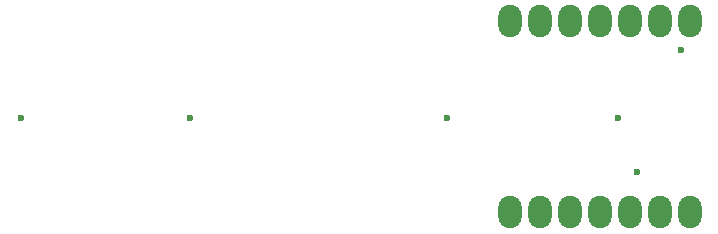
<source format=gbr>
%TF.GenerationSoftware,KiCad,Pcbnew,9.0.3*%
%TF.CreationDate,2025-07-16T20:25:02+01:00*%
%TF.ProjectId,disturbance-free-calling,64697374-7572-4626-916e-63652d667265,0.2*%
%TF.SameCoordinates,Original*%
%TF.FileFunction,Soldermask,Bot*%
%TF.FilePolarity,Negative*%
%FSLAX46Y46*%
G04 Gerber Fmt 4.6, Leading zero omitted, Abs format (unit mm)*
G04 Created by KiCad (PCBNEW 9.0.3) date 2025-07-16 20:25:02*
%MOMM*%
%LPD*%
G01*
G04 APERTURE LIST*
G04 Aperture macros list*
%AMRoundRect*
0 Rectangle with rounded corners*
0 $1 Rounding radius*
0 $2 $3 $4 $5 $6 $7 $8 $9 X,Y pos of 4 corners*
0 Add a 4 corners polygon primitive as box body*
4,1,4,$2,$3,$4,$5,$6,$7,$8,$9,$2,$3,0*
0 Add four circle primitives for the rounded corners*
1,1,$1+$1,$2,$3*
1,1,$1+$1,$4,$5*
1,1,$1+$1,$6,$7*
1,1,$1+$1,$8,$9*
0 Add four rect primitives between the rounded corners*
20,1,$1+$1,$2,$3,$4,$5,0*
20,1,$1+$1,$4,$5,$6,$7,0*
20,1,$1+$1,$6,$7,$8,$9,0*
20,1,$1+$1,$8,$9,$2,$3,0*%
G04 Aperture macros list end*
%ADD10RoundRect,1.000000X0.000010X-0.375000X0.000010X0.375000X-0.000010X0.375000X-0.000010X-0.375000X0*%
%ADD11C,0.600000*%
G04 APERTURE END LIST*
D10*
%TO.C,U1*%
X134620000Y-71632500D03*
X132080000Y-71632500D03*
X129540000Y-71632500D03*
X127000000Y-71632500D03*
X124460000Y-71632500D03*
X121920000Y-71632500D03*
X119380000Y-71632500D03*
X119380000Y-55467500D03*
X121920000Y-55467500D03*
X124460000Y-55467500D03*
X127000000Y-55467500D03*
X129540000Y-55467500D03*
X132080000Y-55467500D03*
X134620000Y-55467500D03*
%TD*%
D11*
X133858000Y-57912000D03*
X77978000Y-63627000D03*
X128524000Y-63627000D03*
X92329000Y-63627000D03*
X114046000Y-63627000D03*
X130124200Y-68224400D03*
M02*

</source>
